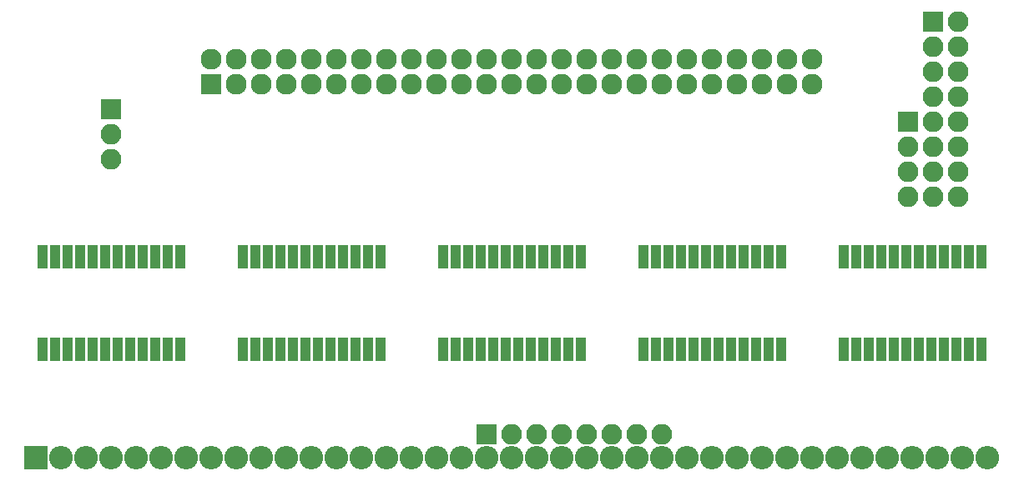
<source format=gts>
G04 #@! TF.FileFunction,Soldermask,Top*
%FSLAX46Y46*%
G04 Gerber Fmt 4.6, Leading zero omitted, Abs format (unit mm)*
G04 Created by KiCad (PCBNEW 4.0.7) date Wed Feb  7 00:44:32 2018*
%MOMM*%
%LPD*%
G01*
G04 APERTURE LIST*
%ADD10C,0.100000*%
%ADD11R,1.000000X2.400000*%
%ADD12R,2.400000X2.400000*%
%ADD13O,2.400000X2.400000*%
%ADD14R,2.100000X2.100000*%
%ADD15O,2.100000X2.100000*%
%ADD16R,2.127200X2.127200*%
%ADD17O,2.127200X2.127200*%
G04 APERTURE END LIST*
D10*
D11*
X158115000Y-142620000D03*
X156845000Y-142620000D03*
X155575000Y-142620000D03*
X154305000Y-142620000D03*
X153035000Y-142620000D03*
X151765000Y-142620000D03*
X150495000Y-142620000D03*
X149225000Y-142620000D03*
X147955000Y-142620000D03*
X146685000Y-142620000D03*
X145415000Y-142620000D03*
X144145000Y-142620000D03*
X144145000Y-152020000D03*
X145415000Y-152020000D03*
X146685000Y-152020000D03*
X147955000Y-152020000D03*
X149225000Y-152020000D03*
X150495000Y-152020000D03*
X151765000Y-152020000D03*
X153035000Y-152020000D03*
X154305000Y-152020000D03*
X155575000Y-152020000D03*
X156845000Y-152020000D03*
X158115000Y-152020000D03*
X97155000Y-142620000D03*
X95885000Y-142620000D03*
X94615000Y-142620000D03*
X93345000Y-142620000D03*
X92075000Y-142620000D03*
X90805000Y-142620000D03*
X89535000Y-142620000D03*
X88265000Y-142620000D03*
X86995000Y-142620000D03*
X85725000Y-142620000D03*
X84455000Y-142620000D03*
X83185000Y-142620000D03*
X83185000Y-152020000D03*
X84455000Y-152020000D03*
X85725000Y-152020000D03*
X86995000Y-152020000D03*
X88265000Y-152020000D03*
X89535000Y-152020000D03*
X90805000Y-152020000D03*
X92075000Y-152020000D03*
X93345000Y-152020000D03*
X94615000Y-152020000D03*
X95885000Y-152020000D03*
X97155000Y-152020000D03*
X137795000Y-142620000D03*
X136525000Y-142620000D03*
X135255000Y-142620000D03*
X133985000Y-142620000D03*
X132715000Y-142620000D03*
X131445000Y-142620000D03*
X130175000Y-142620000D03*
X128905000Y-142620000D03*
X127635000Y-142620000D03*
X126365000Y-142620000D03*
X125095000Y-142620000D03*
X123825000Y-142620000D03*
X123825000Y-152020000D03*
X125095000Y-152020000D03*
X126365000Y-152020000D03*
X127635000Y-152020000D03*
X128905000Y-152020000D03*
X130175000Y-152020000D03*
X131445000Y-152020000D03*
X132715000Y-152020000D03*
X133985000Y-152020000D03*
X135255000Y-152020000D03*
X136525000Y-152020000D03*
X137795000Y-152020000D03*
X117475000Y-142620000D03*
X116205000Y-142620000D03*
X114935000Y-142620000D03*
X113665000Y-142620000D03*
X112395000Y-142620000D03*
X111125000Y-142620000D03*
X109855000Y-142620000D03*
X108585000Y-142620000D03*
X107315000Y-142620000D03*
X106045000Y-142620000D03*
X104775000Y-142620000D03*
X103505000Y-142620000D03*
X103505000Y-152020000D03*
X104775000Y-152020000D03*
X106045000Y-152020000D03*
X107315000Y-152020000D03*
X108585000Y-152020000D03*
X109855000Y-152020000D03*
X111125000Y-152020000D03*
X112395000Y-152020000D03*
X113665000Y-152020000D03*
X114935000Y-152020000D03*
X116205000Y-152020000D03*
X117475000Y-152020000D03*
D12*
X62230000Y-163000000D03*
D13*
X64770000Y-163000000D03*
X67310000Y-163000000D03*
X69850000Y-163000000D03*
X72390000Y-163000000D03*
X74930000Y-163000000D03*
X77470000Y-163000000D03*
X80010000Y-163000000D03*
X82550000Y-163000000D03*
X85090000Y-163000000D03*
X87630000Y-163000000D03*
X90170000Y-163000000D03*
X92710000Y-163000000D03*
X95250000Y-163000000D03*
X97790000Y-163000000D03*
X100330000Y-163000000D03*
X102870000Y-163000000D03*
X105410000Y-163000000D03*
X107950000Y-163000000D03*
X110490000Y-163000000D03*
X113030000Y-163000000D03*
X115570000Y-163000000D03*
X118110000Y-163000000D03*
X120650000Y-163000000D03*
X123190000Y-163000000D03*
X125730000Y-163000000D03*
X128270000Y-163000000D03*
X130810000Y-163000000D03*
X133350000Y-163000000D03*
X135890000Y-163000000D03*
X138430000Y-163000000D03*
X140970000Y-163000000D03*
X143510000Y-163000000D03*
X146050000Y-163000000D03*
X148590000Y-163000000D03*
X151130000Y-163000000D03*
X153670000Y-163000000D03*
X156210000Y-163000000D03*
X158750000Y-163000000D03*
D11*
X76835000Y-142620000D03*
X75565000Y-142620000D03*
X74295000Y-142620000D03*
X73025000Y-142620000D03*
X71755000Y-142620000D03*
X70485000Y-142620000D03*
X69215000Y-142620000D03*
X67945000Y-142620000D03*
X66675000Y-142620000D03*
X65405000Y-142620000D03*
X64135000Y-142620000D03*
X62865000Y-142620000D03*
X62865000Y-152020000D03*
X64135000Y-152020000D03*
X65405000Y-152020000D03*
X66675000Y-152020000D03*
X67945000Y-152020000D03*
X69215000Y-152020000D03*
X70485000Y-152020000D03*
X71755000Y-152020000D03*
X73025000Y-152020000D03*
X74295000Y-152020000D03*
X75565000Y-152020000D03*
X76835000Y-152020000D03*
D14*
X69850000Y-127635000D03*
D15*
X69850000Y-130175000D03*
X69850000Y-132715000D03*
D14*
X150657997Y-128838609D03*
D15*
X150657997Y-131378609D03*
X150657997Y-133918609D03*
X150657997Y-136458609D03*
D14*
X153197997Y-118678609D03*
D15*
X155737997Y-118678609D03*
X153197997Y-121218609D03*
X155737997Y-121218609D03*
X153197997Y-123758609D03*
X155737997Y-123758609D03*
X153197997Y-126298609D03*
X155737997Y-126298609D03*
X153197997Y-128838609D03*
X155737997Y-128838609D03*
X153197997Y-131378609D03*
X155737997Y-131378609D03*
X153197997Y-133918609D03*
X155737997Y-133918609D03*
X153197997Y-136458609D03*
X155737997Y-136458609D03*
D14*
X107950000Y-160655000D03*
D15*
X110490000Y-160655000D03*
X113030000Y-160655000D03*
X115570000Y-160655000D03*
X118110000Y-160655000D03*
X120650000Y-160655000D03*
X123190000Y-160655000D03*
X125730000Y-160655000D03*
D16*
X80010000Y-125095000D03*
D17*
X80010000Y-122555000D03*
X82550000Y-125095000D03*
X82550000Y-122555000D03*
X85090000Y-125095000D03*
X85090000Y-122555000D03*
X87630000Y-125095000D03*
X87630000Y-122555000D03*
X90170000Y-125095000D03*
X90170000Y-122555000D03*
X92710000Y-125095000D03*
X92710000Y-122555000D03*
X95250000Y-125095000D03*
X95250000Y-122555000D03*
X97790000Y-125095000D03*
X97790000Y-122555000D03*
X100330000Y-125095000D03*
X100330000Y-122555000D03*
X102870000Y-125095000D03*
X102870000Y-122555000D03*
X105410000Y-125095000D03*
X105410000Y-122555000D03*
X107950000Y-125095000D03*
X107950000Y-122555000D03*
X110490000Y-125095000D03*
X110490000Y-122555000D03*
X113030000Y-125095000D03*
X113030000Y-122555000D03*
X115570000Y-125095000D03*
X115570000Y-122555000D03*
X118110000Y-125095000D03*
X118110000Y-122555000D03*
X120650000Y-125095000D03*
X120650000Y-122555000D03*
X123190000Y-125095000D03*
X123190000Y-122555000D03*
X125730000Y-125095000D03*
X125730000Y-122555000D03*
X128270000Y-125095000D03*
X128270000Y-122555000D03*
X130810000Y-125095000D03*
X130810000Y-122555000D03*
X133350000Y-125095000D03*
X133350000Y-122555000D03*
X135890000Y-125095000D03*
X135890000Y-122555000D03*
X138430000Y-125095000D03*
X138430000Y-122555000D03*
X140970000Y-125095000D03*
X140970000Y-122555000D03*
M02*

</source>
